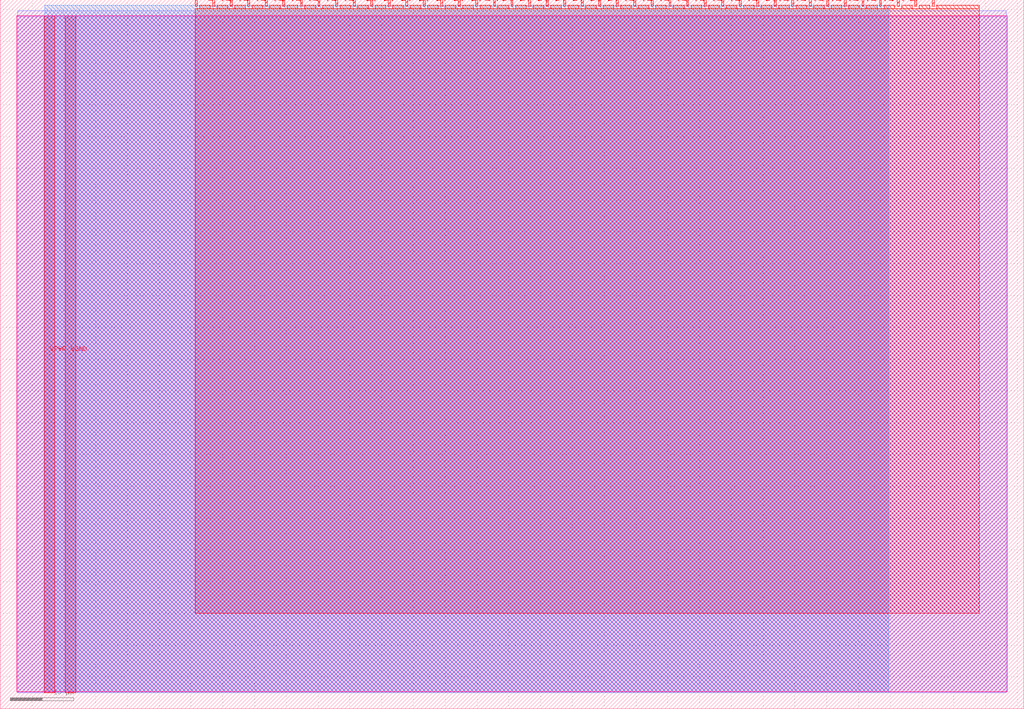
<source format=lef>
VERSION 5.7 ;
  NOWIREEXTENSIONATPIN ON ;
  DIVIDERCHAR "/" ;
  BUSBITCHARS "[]" ;
MACRO tt_um_bleeptrack_nn1
  CLASS BLOCK ;
  FOREIGN tt_um_bleeptrack_nn1 ;
  ORIGIN 0.000 0.000 ;
  SIZE 161.000 BY 111.520 ;
  PIN VGND
    DIRECTION INOUT ;
    USE GROUND ;
    PORT
      LAYER met4 ;
        RECT 10.260 2.480 11.860 109.040 ;
    END
  END VGND
  PIN VPWR
    DIRECTION INOUT ;
    USE POWER ;
    PORT
      LAYER met4 ;
        RECT 6.960 2.480 8.560 109.040 ;
    END
  END VPWR
  PIN clk
    DIRECTION INPUT ;
    USE SIGNAL ;
    PORT
      LAYER met4 ;
        RECT 143.830 110.520 144.130 111.520 ;
    END
  END clk
  PIN ena
    DIRECTION INPUT ;
    USE SIGNAL ;
    PORT
      LAYER met4 ;
        RECT 146.590 110.520 146.890 111.520 ;
    END
  END ena
  PIN rst_n
    DIRECTION INPUT ;
    USE SIGNAL ;
    PORT
      LAYER met4 ;
        RECT 141.070 110.520 141.370 111.520 ;
    END
  END rst_n
  PIN ui_in[0]
    DIRECTION INPUT ;
    USE SIGNAL ;
    ANTENNAGATEAREA 0.196500 ;
    PORT
      LAYER met4 ;
        RECT 138.310 110.520 138.610 111.520 ;
    END
  END ui_in[0]
  PIN ui_in[1]
    DIRECTION INPUT ;
    USE SIGNAL ;
    ANTENNAGATEAREA 0.213000 ;
    PORT
      LAYER met4 ;
        RECT 135.550 110.520 135.850 111.520 ;
    END
  END ui_in[1]
  PIN ui_in[2]
    DIRECTION INPUT ;
    USE SIGNAL ;
    ANTENNAGATEAREA 0.196500 ;
    PORT
      LAYER met4 ;
        RECT 132.790 110.520 133.090 111.520 ;
    END
  END ui_in[2]
  PIN ui_in[3]
    DIRECTION INPUT ;
    USE SIGNAL ;
    ANTENNAGATEAREA 0.196500 ;
    PORT
      LAYER met4 ;
        RECT 130.030 110.520 130.330 111.520 ;
    END
  END ui_in[3]
  PIN ui_in[4]
    DIRECTION INPUT ;
    USE SIGNAL ;
    ANTENNAGATEAREA 0.196500 ;
    PORT
      LAYER met4 ;
        RECT 127.270 110.520 127.570 111.520 ;
    END
  END ui_in[4]
  PIN ui_in[5]
    DIRECTION INPUT ;
    USE SIGNAL ;
    ANTENNAGATEAREA 0.196500 ;
    PORT
      LAYER met4 ;
        RECT 124.510 110.520 124.810 111.520 ;
    END
  END ui_in[5]
  PIN ui_in[6]
    DIRECTION INPUT ;
    USE SIGNAL ;
    ANTENNAGATEAREA 0.196500 ;
    PORT
      LAYER met4 ;
        RECT 121.750 110.520 122.050 111.520 ;
    END
  END ui_in[6]
  PIN ui_in[7]
    DIRECTION INPUT ;
    USE SIGNAL ;
    ANTENNAGATEAREA 0.196500 ;
    PORT
      LAYER met4 ;
        RECT 118.990 110.520 119.290 111.520 ;
    END
  END ui_in[7]
  PIN uio_in[0]
    DIRECTION INPUT ;
    USE SIGNAL ;
    ANTENNAGATEAREA 0.196500 ;
    PORT
      LAYER met4 ;
        RECT 116.230 110.520 116.530 111.520 ;
    END
  END uio_in[0]
  PIN uio_in[1]
    DIRECTION INPUT ;
    USE SIGNAL ;
    ANTENNAGATEAREA 0.213000 ;
    PORT
      LAYER met4 ;
        RECT 113.470 110.520 113.770 111.520 ;
    END
  END uio_in[1]
  PIN uio_in[2]
    DIRECTION INPUT ;
    USE SIGNAL ;
    ANTENNAGATEAREA 0.196500 ;
    PORT
      LAYER met4 ;
        RECT 110.710 110.520 111.010 111.520 ;
    END
  END uio_in[2]
  PIN uio_in[3]
    DIRECTION INPUT ;
    USE SIGNAL ;
    ANTENNAGATEAREA 0.196500 ;
    PORT
      LAYER met4 ;
        RECT 107.950 110.520 108.250 111.520 ;
    END
  END uio_in[3]
  PIN uio_in[4]
    DIRECTION INPUT ;
    USE SIGNAL ;
    ANTENNAGATEAREA 0.196500 ;
    PORT
      LAYER met4 ;
        RECT 105.190 110.520 105.490 111.520 ;
    END
  END uio_in[4]
  PIN uio_in[5]
    DIRECTION INPUT ;
    USE SIGNAL ;
    ANTENNAGATEAREA 0.196500 ;
    PORT
      LAYER met4 ;
        RECT 102.430 110.520 102.730 111.520 ;
    END
  END uio_in[5]
  PIN uio_in[6]
    DIRECTION INPUT ;
    USE SIGNAL ;
    ANTENNAGATEAREA 0.196500 ;
    PORT
      LAYER met4 ;
        RECT 99.670 110.520 99.970 111.520 ;
    END
  END uio_in[6]
  PIN uio_in[7]
    DIRECTION INPUT ;
    USE SIGNAL ;
    ANTENNAGATEAREA 0.196500 ;
    PORT
      LAYER met4 ;
        RECT 96.910 110.520 97.210 111.520 ;
    END
  END uio_in[7]
  PIN uio_oe[0]
    DIRECTION OUTPUT ;
    USE SIGNAL ;
    PORT
      LAYER met4 ;
        RECT 49.990 110.520 50.290 111.520 ;
    END
  END uio_oe[0]
  PIN uio_oe[1]
    DIRECTION OUTPUT ;
    USE SIGNAL ;
    PORT
      LAYER met4 ;
        RECT 47.230 110.520 47.530 111.520 ;
    END
  END uio_oe[1]
  PIN uio_oe[2]
    DIRECTION OUTPUT ;
    USE SIGNAL ;
    PORT
      LAYER met4 ;
        RECT 44.470 110.520 44.770 111.520 ;
    END
  END uio_oe[2]
  PIN uio_oe[3]
    DIRECTION OUTPUT ;
    USE SIGNAL ;
    PORT
      LAYER met4 ;
        RECT 41.710 110.520 42.010 111.520 ;
    END
  END uio_oe[3]
  PIN uio_oe[4]
    DIRECTION OUTPUT ;
    USE SIGNAL ;
    PORT
      LAYER met4 ;
        RECT 38.950 110.520 39.250 111.520 ;
    END
  END uio_oe[4]
  PIN uio_oe[5]
    DIRECTION OUTPUT ;
    USE SIGNAL ;
    PORT
      LAYER met4 ;
        RECT 36.190 110.520 36.490 111.520 ;
    END
  END uio_oe[5]
  PIN uio_oe[6]
    DIRECTION OUTPUT ;
    USE SIGNAL ;
    PORT
      LAYER met4 ;
        RECT 33.430 110.520 33.730 111.520 ;
    END
  END uio_oe[6]
  PIN uio_oe[7]
    DIRECTION OUTPUT ;
    USE SIGNAL ;
    PORT
      LAYER met4 ;
        RECT 30.670 110.520 30.970 111.520 ;
    END
  END uio_oe[7]
  PIN uio_out[0]
    DIRECTION OUTPUT ;
    USE SIGNAL ;
    PORT
      LAYER met4 ;
        RECT 72.070 110.520 72.370 111.520 ;
    END
  END uio_out[0]
  PIN uio_out[1]
    DIRECTION OUTPUT ;
    USE SIGNAL ;
    PORT
      LAYER met4 ;
        RECT 69.310 110.520 69.610 111.520 ;
    END
  END uio_out[1]
  PIN uio_out[2]
    DIRECTION OUTPUT ;
    USE SIGNAL ;
    PORT
      LAYER met4 ;
        RECT 66.550 110.520 66.850 111.520 ;
    END
  END uio_out[2]
  PIN uio_out[3]
    DIRECTION OUTPUT ;
    USE SIGNAL ;
    PORT
      LAYER met4 ;
        RECT 63.790 110.520 64.090 111.520 ;
    END
  END uio_out[3]
  PIN uio_out[4]
    DIRECTION OUTPUT ;
    USE SIGNAL ;
    PORT
      LAYER met4 ;
        RECT 61.030 110.520 61.330 111.520 ;
    END
  END uio_out[4]
  PIN uio_out[5]
    DIRECTION OUTPUT ;
    USE SIGNAL ;
    PORT
      LAYER met4 ;
        RECT 58.270 110.520 58.570 111.520 ;
    END
  END uio_out[5]
  PIN uio_out[6]
    DIRECTION OUTPUT ;
    USE SIGNAL ;
    PORT
      LAYER met4 ;
        RECT 55.510 110.520 55.810 111.520 ;
    END
  END uio_out[6]
  PIN uio_out[7]
    DIRECTION OUTPUT ;
    USE SIGNAL ;
    PORT
      LAYER met4 ;
        RECT 52.750 110.520 53.050 111.520 ;
    END
  END uio_out[7]
  PIN uo_out[0]
    DIRECTION OUTPUT ;
    USE SIGNAL ;
    ANTENNADIFFAREA 0.643500 ;
    PORT
      LAYER met4 ;
        RECT 94.150 110.520 94.450 111.520 ;
    END
  END uo_out[0]
  PIN uo_out[1]
    DIRECTION OUTPUT ;
    USE SIGNAL ;
    ANTENNADIFFAREA 1.721000 ;
    PORT
      LAYER met4 ;
        RECT 91.390 110.520 91.690 111.520 ;
    END
  END uo_out[1]
  PIN uo_out[2]
    DIRECTION OUTPUT ;
    USE SIGNAL ;
    ANTENNADIFFAREA 1.524450 ;
    PORT
      LAYER met4 ;
        RECT 88.630 110.520 88.930 111.520 ;
    END
  END uo_out[2]
  PIN uo_out[3]
    DIRECTION OUTPUT ;
    USE SIGNAL ;
    ANTENNADIFFAREA 1.524450 ;
    PORT
      LAYER met4 ;
        RECT 85.870 110.520 86.170 111.520 ;
    END
  END uo_out[3]
  PIN uo_out[4]
    DIRECTION OUTPUT ;
    USE SIGNAL ;
    ANTENNADIFFAREA 1.721000 ;
    PORT
      LAYER met4 ;
        RECT 83.110 110.520 83.410 111.520 ;
    END
  END uo_out[4]
  PIN uo_out[5]
    DIRECTION OUTPUT ;
    USE SIGNAL ;
    ANTENNADIFFAREA 1.721000 ;
    PORT
      LAYER met4 ;
        RECT 80.350 110.520 80.650 111.520 ;
    END
  END uo_out[5]
  PIN uo_out[6]
    DIRECTION OUTPUT ;
    USE SIGNAL ;
    ANTENNADIFFAREA 1.721000 ;
    PORT
      LAYER met4 ;
        RECT 77.590 110.520 77.890 111.520 ;
    END
  END uo_out[6]
  PIN uo_out[7]
    DIRECTION OUTPUT ;
    USE SIGNAL ;
    ANTENNADIFFAREA 1.721000 ;
    PORT
      LAYER met4 ;
        RECT 74.830 110.520 75.130 111.520 ;
    END
  END uo_out[7]
  OBS
      LAYER nwell ;
        RECT 2.570 2.635 158.430 108.990 ;
      LAYER li1 ;
        RECT 2.760 2.635 158.240 108.885 ;
      LAYER met1 ;
        RECT 2.760 2.480 158.240 109.780 ;
      LAYER met2 ;
        RECT 6.990 2.535 139.750 110.685 ;
      LAYER met3 ;
        RECT 6.970 2.555 139.775 110.665 ;
      LAYER met4 ;
        RECT 31.370 110.120 33.030 110.665 ;
        RECT 34.130 110.120 35.790 110.665 ;
        RECT 36.890 110.120 38.550 110.665 ;
        RECT 39.650 110.120 41.310 110.665 ;
        RECT 42.410 110.120 44.070 110.665 ;
        RECT 45.170 110.120 46.830 110.665 ;
        RECT 47.930 110.120 49.590 110.665 ;
        RECT 50.690 110.120 52.350 110.665 ;
        RECT 53.450 110.120 55.110 110.665 ;
        RECT 56.210 110.120 57.870 110.665 ;
        RECT 58.970 110.120 60.630 110.665 ;
        RECT 61.730 110.120 63.390 110.665 ;
        RECT 64.490 110.120 66.150 110.665 ;
        RECT 67.250 110.120 68.910 110.665 ;
        RECT 70.010 110.120 71.670 110.665 ;
        RECT 72.770 110.120 74.430 110.665 ;
        RECT 75.530 110.120 77.190 110.665 ;
        RECT 78.290 110.120 79.950 110.665 ;
        RECT 81.050 110.120 82.710 110.665 ;
        RECT 83.810 110.120 85.470 110.665 ;
        RECT 86.570 110.120 88.230 110.665 ;
        RECT 89.330 110.120 90.990 110.665 ;
        RECT 92.090 110.120 93.750 110.665 ;
        RECT 94.850 110.120 96.510 110.665 ;
        RECT 97.610 110.120 99.270 110.665 ;
        RECT 100.370 110.120 102.030 110.665 ;
        RECT 103.130 110.120 104.790 110.665 ;
        RECT 105.890 110.120 107.550 110.665 ;
        RECT 108.650 110.120 110.310 110.665 ;
        RECT 111.410 110.120 113.070 110.665 ;
        RECT 114.170 110.120 115.830 110.665 ;
        RECT 116.930 110.120 118.590 110.665 ;
        RECT 119.690 110.120 121.350 110.665 ;
        RECT 122.450 110.120 124.110 110.665 ;
        RECT 125.210 110.120 126.870 110.665 ;
        RECT 127.970 110.120 129.630 110.665 ;
        RECT 130.730 110.120 132.390 110.665 ;
        RECT 133.490 110.120 135.150 110.665 ;
        RECT 136.250 110.120 137.910 110.665 ;
        RECT 139.010 110.120 140.670 110.665 ;
        RECT 141.770 110.120 143.430 110.665 ;
        RECT 144.530 110.120 146.190 110.665 ;
        RECT 147.290 110.120 154.000 110.665 ;
        RECT 30.655 15.000 154.000 110.120 ;
  END
END tt_um_bleeptrack_nn1
END LIBRARY


</source>
